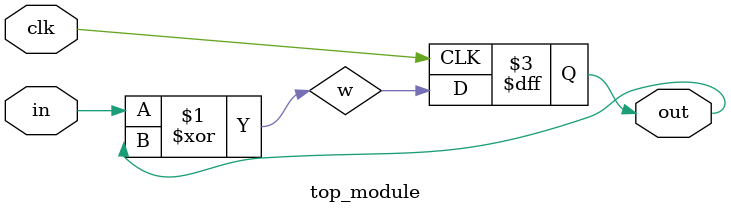
<source format=v>
module top_module (
    input clk,
    input in, 
    output reg out);
    wire w;
    assign w = in ^ out;
    always @(posedge clk) begin
        out <= w;
    end
endmodule

</source>
